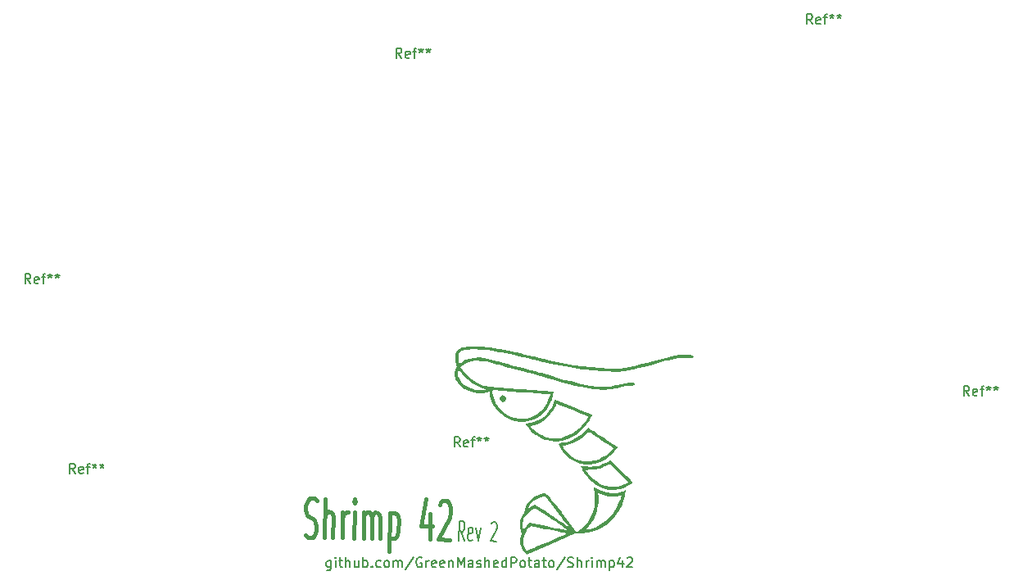
<source format=gto>
%TF.GenerationSoftware,KiCad,Pcbnew,(6.0.0)*%
%TF.CreationDate,2022-02-12T21:01:19+07:00*%
%TF.ProjectId,PCB Top,50434220-546f-4702-9e6b-696361645f70,rev?*%
%TF.SameCoordinates,Original*%
%TF.FileFunction,Legend,Top*%
%TF.FilePolarity,Positive*%
%FSLAX46Y46*%
G04 Gerber Fmt 4.6, Leading zero omitted, Abs format (unit mm)*
G04 Created by KiCad (PCBNEW (6.0.0)) date 2022-02-12 21:01:19*
%MOMM*%
%LPD*%
G01*
G04 APERTURE LIST*
%ADD10C,0.400000*%
%ADD11C,0.200000*%
%ADD12C,0.150000*%
G04 APERTURE END LIST*
D10*
X67266036Y-93931059D02*
X67548383Y-94126493D01*
X68024501Y-94134803D01*
X68218272Y-93947680D01*
X68316820Y-93758895D01*
X68418692Y-93379663D01*
X68425341Y-92998769D01*
X68336766Y-92616212D01*
X68244866Y-92424103D01*
X68057744Y-92230331D01*
X67680173Y-92033236D01*
X67493051Y-91839464D01*
X67401151Y-91647355D01*
X67312576Y-91264798D01*
X67319225Y-90883904D01*
X67421097Y-90504672D01*
X67519645Y-90315887D01*
X67713416Y-90128764D01*
X68189534Y-90137075D01*
X68471881Y-90332508D01*
X69262408Y-94156411D02*
X69332217Y-90157020D01*
X70119420Y-94171370D02*
X70155987Y-92076451D01*
X70067412Y-91693895D01*
X69880289Y-91500123D01*
X69594618Y-91495137D01*
X69400847Y-91682260D01*
X69302299Y-91871045D01*
X71071656Y-94187992D02*
X71118195Y-91521731D01*
X71104898Y-92283520D02*
X71206771Y-91904288D01*
X71305318Y-91715502D01*
X71499090Y-91528380D01*
X71689537Y-91531704D01*
X72309562Y-94209599D02*
X72356102Y-91543339D01*
X72379372Y-90210209D02*
X72280824Y-90398994D01*
X72372723Y-90591103D01*
X72471271Y-90402318D01*
X72379372Y-90210209D01*
X72372723Y-90591103D01*
X73261798Y-94226221D02*
X73308338Y-91559960D01*
X73301690Y-91940854D02*
X73400237Y-91752069D01*
X73594009Y-91564947D01*
X73879680Y-91569933D01*
X74066803Y-91763704D01*
X74155378Y-92146261D01*
X74118811Y-94241180D01*
X74155378Y-92146261D02*
X74257250Y-91767029D01*
X74451021Y-91579906D01*
X74736692Y-91584892D01*
X74923815Y-91778664D01*
X75012390Y-92161220D01*
X74975823Y-94256139D01*
X75974599Y-91606500D02*
X75904789Y-95605891D01*
X75971274Y-91796947D02*
X76165046Y-91609824D01*
X76545940Y-91616473D01*
X76733063Y-91810244D01*
X76824962Y-92002353D01*
X76913537Y-92384910D01*
X76893592Y-93527593D01*
X76791720Y-93906825D01*
X76693172Y-94095610D01*
X76499400Y-94282733D01*
X76118506Y-94276085D01*
X75931383Y-94082313D01*
X80164437Y-91679634D02*
X80117897Y-94345894D01*
X79714913Y-90147746D02*
X79188931Y-92996143D01*
X80426837Y-93017750D01*
X81133294Y-90744019D02*
X81231842Y-90555234D01*
X81425613Y-90368111D01*
X81901731Y-90376422D01*
X82088854Y-90570193D01*
X82180753Y-90762303D01*
X82269328Y-91144859D01*
X82262680Y-91525754D01*
X82157483Y-92095433D01*
X80974909Y-94360853D01*
X82212816Y-94382461D01*
D11*
X83705155Y-94488621D02*
X83388494Y-93530568D01*
X83133814Y-94478648D02*
X83168718Y-92478953D01*
X83549613Y-92485602D01*
X83643174Y-92582487D01*
X83689124Y-92678542D01*
X83733411Y-92869820D01*
X83728425Y-93155491D01*
X83677489Y-93345107D01*
X83628215Y-93439500D01*
X83531329Y-93533061D01*
X83150435Y-93526412D01*
X84516218Y-94407526D02*
X84419332Y-94501087D01*
X84228885Y-94497763D01*
X84135323Y-94400877D01*
X84091036Y-94209599D01*
X84104333Y-93447810D01*
X84155269Y-93258194D01*
X84252155Y-93164633D01*
X84442602Y-93167957D01*
X84536163Y-93264843D01*
X84580451Y-93456121D01*
X84577127Y-93646568D01*
X84097684Y-93828705D01*
X84918720Y-93176268D02*
X85133509Y-94513553D01*
X85394838Y-93184578D01*
X86498220Y-92727575D02*
X86547494Y-92633182D01*
X86644379Y-92539621D01*
X86882438Y-92543776D01*
X86976000Y-92640662D01*
X87021949Y-92736717D01*
X87066237Y-92927995D01*
X87062913Y-93118442D01*
X87010315Y-93403282D01*
X86419027Y-94535992D01*
X87037981Y-94546796D01*
D12*
X69910322Y-96558841D02*
X69910322Y-97368365D01*
X69862703Y-97463603D01*
X69815084Y-97511222D01*
X69719845Y-97558841D01*
X69576988Y-97558841D01*
X69481750Y-97511222D01*
X69910322Y-97177888D02*
X69815084Y-97225507D01*
X69624607Y-97225507D01*
X69529369Y-97177888D01*
X69481750Y-97130269D01*
X69434131Y-97035031D01*
X69434131Y-96749317D01*
X69481750Y-96654079D01*
X69529369Y-96606460D01*
X69624607Y-96558841D01*
X69815084Y-96558841D01*
X69910322Y-96606460D01*
X70386512Y-97225507D02*
X70386512Y-96558841D01*
X70386512Y-96225507D02*
X70338893Y-96273127D01*
X70386512Y-96320746D01*
X70434131Y-96273127D01*
X70386512Y-96225507D01*
X70386512Y-96320746D01*
X70719845Y-96558841D02*
X71100798Y-96558841D01*
X70862703Y-96225507D02*
X70862703Y-97082650D01*
X70910322Y-97177888D01*
X71005560Y-97225507D01*
X71100798Y-97225507D01*
X71434131Y-97225507D02*
X71434131Y-96225507D01*
X71862703Y-97225507D02*
X71862703Y-96701698D01*
X71815084Y-96606460D01*
X71719845Y-96558841D01*
X71576988Y-96558841D01*
X71481750Y-96606460D01*
X71434131Y-96654079D01*
X72767465Y-96558841D02*
X72767465Y-97225507D01*
X72338893Y-96558841D02*
X72338893Y-97082650D01*
X72386512Y-97177888D01*
X72481750Y-97225507D01*
X72624607Y-97225507D01*
X72719845Y-97177888D01*
X72767465Y-97130269D01*
X73243655Y-97225507D02*
X73243655Y-96225507D01*
X73243655Y-96606460D02*
X73338893Y-96558841D01*
X73529369Y-96558841D01*
X73624607Y-96606460D01*
X73672226Y-96654079D01*
X73719845Y-96749317D01*
X73719845Y-97035031D01*
X73672226Y-97130269D01*
X73624607Y-97177888D01*
X73529369Y-97225507D01*
X73338893Y-97225507D01*
X73243655Y-97177888D01*
X74148417Y-97130269D02*
X74196036Y-97177888D01*
X74148417Y-97225507D01*
X74100798Y-97177888D01*
X74148417Y-97130269D01*
X74148417Y-97225507D01*
X75053179Y-97177888D02*
X74957941Y-97225507D01*
X74767465Y-97225507D01*
X74672226Y-97177888D01*
X74624607Y-97130269D01*
X74576988Y-97035031D01*
X74576988Y-96749317D01*
X74624607Y-96654079D01*
X74672226Y-96606460D01*
X74767465Y-96558841D01*
X74957941Y-96558841D01*
X75053179Y-96606460D01*
X75624607Y-97225507D02*
X75529369Y-97177888D01*
X75481750Y-97130269D01*
X75434131Y-97035031D01*
X75434131Y-96749317D01*
X75481750Y-96654079D01*
X75529369Y-96606460D01*
X75624607Y-96558841D01*
X75767465Y-96558841D01*
X75862703Y-96606460D01*
X75910322Y-96654079D01*
X75957941Y-96749317D01*
X75957941Y-97035031D01*
X75910322Y-97130269D01*
X75862703Y-97177888D01*
X75767465Y-97225507D01*
X75624607Y-97225507D01*
X76386512Y-97225507D02*
X76386512Y-96558841D01*
X76386512Y-96654079D02*
X76434131Y-96606460D01*
X76529369Y-96558841D01*
X76672226Y-96558841D01*
X76767465Y-96606460D01*
X76815084Y-96701698D01*
X76815084Y-97225507D01*
X76815084Y-96701698D02*
X76862703Y-96606460D01*
X76957941Y-96558841D01*
X77100798Y-96558841D01*
X77196036Y-96606460D01*
X77243655Y-96701698D01*
X77243655Y-97225507D01*
X78434131Y-96177888D02*
X77576988Y-97463603D01*
X79291274Y-96273127D02*
X79196036Y-96225507D01*
X79053179Y-96225507D01*
X78910322Y-96273127D01*
X78815084Y-96368365D01*
X78767465Y-96463603D01*
X78719845Y-96654079D01*
X78719845Y-96796936D01*
X78767465Y-96987412D01*
X78815084Y-97082650D01*
X78910322Y-97177888D01*
X79053179Y-97225507D01*
X79148417Y-97225507D01*
X79291274Y-97177888D01*
X79338893Y-97130269D01*
X79338893Y-96796936D01*
X79148417Y-96796936D01*
X79767465Y-97225507D02*
X79767465Y-96558841D01*
X79767465Y-96749317D02*
X79815084Y-96654079D01*
X79862703Y-96606460D01*
X79957941Y-96558841D01*
X80053179Y-96558841D01*
X80767465Y-97177888D02*
X80672226Y-97225507D01*
X80481750Y-97225507D01*
X80386512Y-97177888D01*
X80338893Y-97082650D01*
X80338893Y-96701698D01*
X80386512Y-96606460D01*
X80481750Y-96558841D01*
X80672226Y-96558841D01*
X80767465Y-96606460D01*
X80815084Y-96701698D01*
X80815084Y-96796936D01*
X80338893Y-96892174D01*
X81624607Y-97177888D02*
X81529369Y-97225507D01*
X81338893Y-97225507D01*
X81243655Y-97177888D01*
X81196036Y-97082650D01*
X81196036Y-96701698D01*
X81243655Y-96606460D01*
X81338893Y-96558841D01*
X81529369Y-96558841D01*
X81624607Y-96606460D01*
X81672226Y-96701698D01*
X81672226Y-96796936D01*
X81196036Y-96892174D01*
X82100798Y-96558841D02*
X82100798Y-97225507D01*
X82100798Y-96654079D02*
X82148417Y-96606460D01*
X82243655Y-96558841D01*
X82386512Y-96558841D01*
X82481750Y-96606460D01*
X82529369Y-96701698D01*
X82529369Y-97225507D01*
X83005560Y-97225507D02*
X83005560Y-96225507D01*
X83338893Y-96939793D01*
X83672226Y-96225507D01*
X83672226Y-97225507D01*
X84576988Y-97225507D02*
X84576988Y-96701698D01*
X84529369Y-96606460D01*
X84434131Y-96558841D01*
X84243655Y-96558841D01*
X84148417Y-96606460D01*
X84576988Y-97177888D02*
X84481750Y-97225507D01*
X84243655Y-97225507D01*
X84148417Y-97177888D01*
X84100798Y-97082650D01*
X84100798Y-96987412D01*
X84148417Y-96892174D01*
X84243655Y-96844555D01*
X84481750Y-96844555D01*
X84576988Y-96796936D01*
X85005560Y-97177888D02*
X85100798Y-97225507D01*
X85291274Y-97225507D01*
X85386512Y-97177888D01*
X85434131Y-97082650D01*
X85434131Y-97035031D01*
X85386512Y-96939793D01*
X85291274Y-96892174D01*
X85148417Y-96892174D01*
X85053179Y-96844555D01*
X85005560Y-96749317D01*
X85005560Y-96701698D01*
X85053179Y-96606460D01*
X85148417Y-96558841D01*
X85291274Y-96558841D01*
X85386512Y-96606460D01*
X85862703Y-97225507D02*
X85862703Y-96225507D01*
X86291274Y-97225507D02*
X86291274Y-96701698D01*
X86243655Y-96606460D01*
X86148417Y-96558841D01*
X86005560Y-96558841D01*
X85910322Y-96606460D01*
X85862703Y-96654079D01*
X87148417Y-97177888D02*
X87053179Y-97225507D01*
X86862703Y-97225507D01*
X86767465Y-97177888D01*
X86719845Y-97082650D01*
X86719845Y-96701698D01*
X86767465Y-96606460D01*
X86862703Y-96558841D01*
X87053179Y-96558841D01*
X87148417Y-96606460D01*
X87196036Y-96701698D01*
X87196036Y-96796936D01*
X86719845Y-96892174D01*
X88053179Y-97225507D02*
X88053179Y-96225507D01*
X88053179Y-97177888D02*
X87957941Y-97225507D01*
X87767465Y-97225507D01*
X87672226Y-97177888D01*
X87624607Y-97130269D01*
X87576988Y-97035031D01*
X87576988Y-96749317D01*
X87624607Y-96654079D01*
X87672226Y-96606460D01*
X87767465Y-96558841D01*
X87957941Y-96558841D01*
X88053179Y-96606460D01*
X88529369Y-97225507D02*
X88529369Y-96225507D01*
X88910322Y-96225507D01*
X89005560Y-96273127D01*
X89053179Y-96320746D01*
X89100798Y-96415984D01*
X89100798Y-96558841D01*
X89053179Y-96654079D01*
X89005560Y-96701698D01*
X88910322Y-96749317D01*
X88529369Y-96749317D01*
X89672226Y-97225507D02*
X89576988Y-97177888D01*
X89529369Y-97130269D01*
X89481750Y-97035031D01*
X89481750Y-96749317D01*
X89529369Y-96654079D01*
X89576988Y-96606460D01*
X89672226Y-96558841D01*
X89815084Y-96558841D01*
X89910322Y-96606460D01*
X89957941Y-96654079D01*
X90005560Y-96749317D01*
X90005560Y-97035031D01*
X89957941Y-97130269D01*
X89910322Y-97177888D01*
X89815084Y-97225507D01*
X89672226Y-97225507D01*
X90291274Y-96558841D02*
X90672226Y-96558841D01*
X90434131Y-96225507D02*
X90434131Y-97082650D01*
X90481750Y-97177888D01*
X90576988Y-97225507D01*
X90672226Y-97225507D01*
X91434131Y-97225507D02*
X91434131Y-96701698D01*
X91386512Y-96606460D01*
X91291274Y-96558841D01*
X91100798Y-96558841D01*
X91005560Y-96606460D01*
X91434131Y-97177888D02*
X91338893Y-97225507D01*
X91100798Y-97225507D01*
X91005560Y-97177888D01*
X90957941Y-97082650D01*
X90957941Y-96987412D01*
X91005560Y-96892174D01*
X91100798Y-96844555D01*
X91338893Y-96844555D01*
X91434131Y-96796936D01*
X91767465Y-96558841D02*
X92148417Y-96558841D01*
X91910322Y-96225507D02*
X91910322Y-97082650D01*
X91957941Y-97177888D01*
X92053179Y-97225507D01*
X92148417Y-97225507D01*
X92624607Y-97225507D02*
X92529369Y-97177888D01*
X92481750Y-97130269D01*
X92434131Y-97035031D01*
X92434131Y-96749317D01*
X92481750Y-96654079D01*
X92529369Y-96606460D01*
X92624607Y-96558841D01*
X92767465Y-96558841D01*
X92862703Y-96606460D01*
X92910322Y-96654079D01*
X92957941Y-96749317D01*
X92957941Y-97035031D01*
X92910322Y-97130269D01*
X92862703Y-97177888D01*
X92767465Y-97225507D01*
X92624607Y-97225507D01*
X94100798Y-96177888D02*
X93243655Y-97463603D01*
X94386512Y-97177888D02*
X94529369Y-97225507D01*
X94767465Y-97225507D01*
X94862703Y-97177888D01*
X94910322Y-97130269D01*
X94957941Y-97035031D01*
X94957941Y-96939793D01*
X94910322Y-96844555D01*
X94862703Y-96796936D01*
X94767465Y-96749317D01*
X94576988Y-96701698D01*
X94481750Y-96654079D01*
X94434131Y-96606460D01*
X94386512Y-96511222D01*
X94386512Y-96415984D01*
X94434131Y-96320746D01*
X94481750Y-96273127D01*
X94576988Y-96225507D01*
X94815084Y-96225507D01*
X94957941Y-96273127D01*
X95386512Y-97225507D02*
X95386512Y-96225507D01*
X95815084Y-97225507D02*
X95815084Y-96701698D01*
X95767465Y-96606460D01*
X95672226Y-96558841D01*
X95529369Y-96558841D01*
X95434131Y-96606460D01*
X95386512Y-96654079D01*
X96291274Y-97225507D02*
X96291274Y-96558841D01*
X96291274Y-96749317D02*
X96338893Y-96654079D01*
X96386512Y-96606460D01*
X96481750Y-96558841D01*
X96576988Y-96558841D01*
X96910322Y-97225507D02*
X96910322Y-96558841D01*
X96910322Y-96225507D02*
X96862703Y-96273127D01*
X96910322Y-96320746D01*
X96957941Y-96273127D01*
X96910322Y-96225507D01*
X96910322Y-96320746D01*
X97386512Y-97225507D02*
X97386512Y-96558841D01*
X97386512Y-96654079D02*
X97434131Y-96606460D01*
X97529369Y-96558841D01*
X97672226Y-96558841D01*
X97767465Y-96606460D01*
X97815084Y-96701698D01*
X97815084Y-97225507D01*
X97815084Y-96701698D02*
X97862703Y-96606460D01*
X97957941Y-96558841D01*
X98100798Y-96558841D01*
X98196036Y-96606460D01*
X98243655Y-96701698D01*
X98243655Y-97225507D01*
X98719845Y-96558841D02*
X98719845Y-97558841D01*
X98719845Y-96606460D02*
X98815084Y-96558841D01*
X99005560Y-96558841D01*
X99100798Y-96606460D01*
X99148417Y-96654079D01*
X99196036Y-96749317D01*
X99196036Y-97035031D01*
X99148417Y-97130269D01*
X99100798Y-97177888D01*
X99005560Y-97225507D01*
X98815084Y-97225507D01*
X98719845Y-97177888D01*
X100053179Y-96558841D02*
X100053179Y-97225507D01*
X99815084Y-96177888D02*
X99576988Y-96892174D01*
X100196036Y-96892174D01*
X100529369Y-96320746D02*
X100576988Y-96273127D01*
X100672226Y-96225507D01*
X100910322Y-96225507D01*
X101005560Y-96273127D01*
X101053179Y-96320746D01*
X101100798Y-96415984D01*
X101100798Y-96511222D01*
X101053179Y-96654079D01*
X100481750Y-97225507D01*
X101100798Y-97225507D01*
%TO.C,Ref\u002A\u002A*%
X135893673Y-79499128D02*
X135560340Y-79022938D01*
X135322244Y-79499128D02*
X135322244Y-78499128D01*
X135703197Y-78499128D01*
X135798435Y-78546748D01*
X135846054Y-78594367D01*
X135893673Y-78689605D01*
X135893673Y-78832462D01*
X135846054Y-78927700D01*
X135798435Y-78975319D01*
X135703197Y-79022938D01*
X135322244Y-79022938D01*
X136703197Y-79451509D02*
X136607959Y-79499128D01*
X136417482Y-79499128D01*
X136322244Y-79451509D01*
X136274625Y-79356271D01*
X136274625Y-78975319D01*
X136322244Y-78880081D01*
X136417482Y-78832462D01*
X136607959Y-78832462D01*
X136703197Y-78880081D01*
X136750816Y-78975319D01*
X136750816Y-79070557D01*
X136274625Y-79165795D01*
X137036530Y-78832462D02*
X137417482Y-78832462D01*
X137179387Y-79499128D02*
X137179387Y-78641986D01*
X137227006Y-78546748D01*
X137322244Y-78499128D01*
X137417482Y-78499128D01*
X137893673Y-78499128D02*
X137893673Y-78737224D01*
X137655578Y-78641986D02*
X137893673Y-78737224D01*
X138131768Y-78641986D01*
X137750816Y-78927700D02*
X137893673Y-78737224D01*
X138036530Y-78927700D01*
X138655578Y-78499128D02*
X138655578Y-78737224D01*
X138417482Y-78641986D02*
X138655578Y-78737224D01*
X138893673Y-78641986D01*
X138512720Y-78927700D02*
X138655578Y-78737224D01*
X138798435Y-78927700D01*
X38870526Y-67916275D02*
X38537193Y-67440085D01*
X38299097Y-67916275D02*
X38299097Y-66916275D01*
X38680050Y-66916275D01*
X38775288Y-66963895D01*
X38822907Y-67011514D01*
X38870526Y-67106752D01*
X38870526Y-67249609D01*
X38822907Y-67344847D01*
X38775288Y-67392466D01*
X38680050Y-67440085D01*
X38299097Y-67440085D01*
X39680050Y-67868656D02*
X39584812Y-67916275D01*
X39394335Y-67916275D01*
X39299097Y-67868656D01*
X39251478Y-67773418D01*
X39251478Y-67392466D01*
X39299097Y-67297228D01*
X39394335Y-67249609D01*
X39584812Y-67249609D01*
X39680050Y-67297228D01*
X39727669Y-67392466D01*
X39727669Y-67487704D01*
X39251478Y-67582942D01*
X40013383Y-67249609D02*
X40394335Y-67249609D01*
X40156240Y-67916275D02*
X40156240Y-67059133D01*
X40203859Y-66963895D01*
X40299097Y-66916275D01*
X40394335Y-66916275D01*
X40870526Y-66916275D02*
X40870526Y-67154371D01*
X40632431Y-67059133D02*
X40870526Y-67154371D01*
X41108621Y-67059133D01*
X40727669Y-67344847D02*
X40870526Y-67154371D01*
X41013383Y-67344847D01*
X41632431Y-66916275D02*
X41632431Y-67154371D01*
X41394335Y-67059133D02*
X41632431Y-67154371D01*
X41870526Y-67059133D01*
X41489573Y-67344847D02*
X41632431Y-67154371D01*
X41775288Y-67344847D01*
X43493326Y-87525075D02*
X43159993Y-87048885D01*
X42921897Y-87525075D02*
X42921897Y-86525075D01*
X43302850Y-86525075D01*
X43398088Y-86572695D01*
X43445707Y-86620314D01*
X43493326Y-86715552D01*
X43493326Y-86858409D01*
X43445707Y-86953647D01*
X43398088Y-87001266D01*
X43302850Y-87048885D01*
X42921897Y-87048885D01*
X44302850Y-87477456D02*
X44207612Y-87525075D01*
X44017135Y-87525075D01*
X43921897Y-87477456D01*
X43874278Y-87382218D01*
X43874278Y-87001266D01*
X43921897Y-86906028D01*
X44017135Y-86858409D01*
X44207612Y-86858409D01*
X44302850Y-86906028D01*
X44350469Y-87001266D01*
X44350469Y-87096504D01*
X43874278Y-87191742D01*
X44636183Y-86858409D02*
X45017135Y-86858409D01*
X44779040Y-87525075D02*
X44779040Y-86667933D01*
X44826659Y-86572695D01*
X44921897Y-86525075D01*
X45017135Y-86525075D01*
X45493326Y-86525075D02*
X45493326Y-86763171D01*
X45255231Y-86667933D02*
X45493326Y-86763171D01*
X45731421Y-86667933D01*
X45350469Y-86953647D02*
X45493326Y-86763171D01*
X45636183Y-86953647D01*
X46255231Y-86525075D02*
X46255231Y-86763171D01*
X46017135Y-86667933D02*
X46255231Y-86763171D01*
X46493326Y-86667933D01*
X46112373Y-86953647D02*
X46255231Y-86763171D01*
X46398088Y-86953647D01*
X77224526Y-44599075D02*
X76891193Y-44122885D01*
X76653097Y-44599075D02*
X76653097Y-43599075D01*
X77034050Y-43599075D01*
X77129288Y-43646695D01*
X77176907Y-43694314D01*
X77224526Y-43789552D01*
X77224526Y-43932409D01*
X77176907Y-44027647D01*
X77129288Y-44075266D01*
X77034050Y-44122885D01*
X76653097Y-44122885D01*
X78034050Y-44551456D02*
X77938812Y-44599075D01*
X77748335Y-44599075D01*
X77653097Y-44551456D01*
X77605478Y-44456218D01*
X77605478Y-44075266D01*
X77653097Y-43980028D01*
X77748335Y-43932409D01*
X77938812Y-43932409D01*
X78034050Y-43980028D01*
X78081669Y-44075266D01*
X78081669Y-44170504D01*
X77605478Y-44265742D01*
X78367383Y-43932409D02*
X78748335Y-43932409D01*
X78510240Y-44599075D02*
X78510240Y-43741933D01*
X78557859Y-43646695D01*
X78653097Y-43599075D01*
X78748335Y-43599075D01*
X79224526Y-43599075D02*
X79224526Y-43837171D01*
X78986431Y-43741933D02*
X79224526Y-43837171D01*
X79462621Y-43741933D01*
X79081669Y-44027647D02*
X79224526Y-43837171D01*
X79367383Y-44027647D01*
X79986431Y-43599075D02*
X79986431Y-43837171D01*
X79748335Y-43741933D02*
X79986431Y-43837171D01*
X80224526Y-43741933D01*
X79843573Y-44027647D02*
X79986431Y-43837171D01*
X80129288Y-44027647D01*
X83258932Y-84783672D02*
X82925599Y-84307482D01*
X82687503Y-84783672D02*
X82687503Y-83783672D01*
X83068456Y-83783672D01*
X83163694Y-83831292D01*
X83211313Y-83878911D01*
X83258932Y-83974149D01*
X83258932Y-84117006D01*
X83211313Y-84212244D01*
X83163694Y-84259863D01*
X83068456Y-84307482D01*
X82687503Y-84307482D01*
X84068456Y-84736053D02*
X83973218Y-84783672D01*
X83782741Y-84783672D01*
X83687503Y-84736053D01*
X83639884Y-84640815D01*
X83639884Y-84259863D01*
X83687503Y-84164625D01*
X83782741Y-84117006D01*
X83973218Y-84117006D01*
X84068456Y-84164625D01*
X84116075Y-84259863D01*
X84116075Y-84355101D01*
X83639884Y-84450339D01*
X84401789Y-84117006D02*
X84782741Y-84117006D01*
X84544646Y-84783672D02*
X84544646Y-83926530D01*
X84592265Y-83831292D01*
X84687503Y-83783672D01*
X84782741Y-83783672D01*
X85258932Y-83783672D02*
X85258932Y-84021768D01*
X85020837Y-83926530D02*
X85258932Y-84021768D01*
X85497027Y-83926530D01*
X85116075Y-84212244D02*
X85258932Y-84021768D01*
X85401789Y-84212244D01*
X86020837Y-83783672D02*
X86020837Y-84021768D01*
X85782741Y-83926530D02*
X86020837Y-84021768D01*
X86258932Y-83926530D01*
X85877979Y-84212244D02*
X86020837Y-84021768D01*
X86163694Y-84212244D01*
X119693673Y-41099128D02*
X119360340Y-40622938D01*
X119122244Y-41099128D02*
X119122244Y-40099128D01*
X119503197Y-40099128D01*
X119598435Y-40146748D01*
X119646054Y-40194367D01*
X119693673Y-40289605D01*
X119693673Y-40432462D01*
X119646054Y-40527700D01*
X119598435Y-40575319D01*
X119503197Y-40622938D01*
X119122244Y-40622938D01*
X120503197Y-41051509D02*
X120407959Y-41099128D01*
X120217482Y-41099128D01*
X120122244Y-41051509D01*
X120074625Y-40956271D01*
X120074625Y-40575319D01*
X120122244Y-40480081D01*
X120217482Y-40432462D01*
X120407959Y-40432462D01*
X120503197Y-40480081D01*
X120550816Y-40575319D01*
X120550816Y-40670557D01*
X120074625Y-40765795D01*
X120836530Y-40432462D02*
X121217482Y-40432462D01*
X120979387Y-41099128D02*
X120979387Y-40241986D01*
X121027006Y-40146748D01*
X121122244Y-40099128D01*
X121217482Y-40099128D01*
X121693673Y-40099128D02*
X121693673Y-40337224D01*
X121455578Y-40241986D02*
X121693673Y-40337224D01*
X121931768Y-40241986D01*
X121550816Y-40527700D02*
X121693673Y-40337224D01*
X121836530Y-40527700D01*
X122455578Y-40099128D02*
X122455578Y-40337224D01*
X122217482Y-40241986D02*
X122455578Y-40337224D01*
X122693673Y-40241986D01*
X122312720Y-40527700D02*
X122455578Y-40337224D01*
X122598435Y-40527700D01*
%TO.C,G\u002A\u002A\u002A*%
G36*
X96454168Y-92575809D02*
G01*
X96771197Y-92062498D01*
X97004615Y-91506745D01*
X97151159Y-90916889D01*
X97207568Y-90301263D01*
X97170583Y-89668203D01*
X97138554Y-89463656D01*
X97102586Y-89253839D01*
X97077164Y-89084442D01*
X97065305Y-88976993D01*
X97066578Y-88950254D01*
X97116250Y-88963763D01*
X97226969Y-89014648D01*
X97345361Y-89076185D01*
X97888240Y-89326568D01*
X98429097Y-89490304D01*
X98958980Y-89566403D01*
X99468937Y-89553874D01*
X99950017Y-89451723D01*
X100133703Y-89384995D01*
X100383492Y-89282394D01*
X100372274Y-89442807D01*
X100344499Y-89637540D01*
X100288354Y-89893621D01*
X100212399Y-90179467D01*
X100125195Y-90463496D01*
X100035303Y-90714125D01*
X100012575Y-90769853D01*
X99693790Y-91406185D01*
X99304797Y-91974817D01*
X98851131Y-92471890D01*
X98338331Y-92893543D01*
X97771934Y-93235915D01*
X97157476Y-93495145D01*
X96500497Y-93667374D01*
X95806532Y-93748742D01*
X95735404Y-93751729D01*
X95182698Y-93771221D01*
X92644114Y-94843217D01*
X90105531Y-95915211D01*
X89855081Y-95603651D01*
X89702191Y-95394983D01*
X89606060Y-95210276D01*
X89546402Y-95009748D01*
X89542239Y-94990101D01*
X89510008Y-94732492D01*
X89799962Y-94732492D01*
X89838564Y-94948108D01*
X89902052Y-95124778D01*
X89987287Y-95294412D01*
X90078607Y-95431428D01*
X90160353Y-95510243D01*
X90188597Y-95519866D01*
X90245701Y-95501457D01*
X90385192Y-95447608D01*
X90597530Y-95362251D01*
X90873178Y-95249310D01*
X91202597Y-95112715D01*
X91576247Y-94956394D01*
X91984590Y-94784275D01*
X92313582Y-94644757D01*
X92817032Y-94429983D01*
X93234155Y-94250290D01*
X93571131Y-94102771D01*
X93834137Y-93984524D01*
X94029351Y-93892642D01*
X94162954Y-93824220D01*
X94241122Y-93776355D01*
X94270033Y-93746141D01*
X94257056Y-93731006D01*
X94180128Y-93712969D01*
X94019947Y-93678745D01*
X93790097Y-93631041D01*
X93504159Y-93572563D01*
X93175715Y-93506020D01*
X92818348Y-93434117D01*
X92445641Y-93359562D01*
X92071176Y-93285063D01*
X91708536Y-93213325D01*
X91371303Y-93147056D01*
X91073059Y-93088964D01*
X90827387Y-93041755D01*
X90647869Y-93008136D01*
X90548089Y-92990814D01*
X90534648Y-92989112D01*
X90468716Y-93024295D01*
X90369125Y-93121589D01*
X90258888Y-93258031D01*
X90042077Y-93615097D01*
X89889853Y-93993799D01*
X89807415Y-94373233D01*
X89799962Y-94732492D01*
X89510008Y-94732492D01*
X89503976Y-94684279D01*
X89505177Y-94361945D01*
X89506461Y-94352188D01*
X89544168Y-94065584D01*
X89584417Y-93919565D01*
X89614439Y-93806358D01*
X89611793Y-93696480D01*
X89572404Y-93553836D01*
X89530252Y-93439618D01*
X89470381Y-93264348D01*
X89439362Y-93106187D01*
X89433356Y-92948521D01*
X89737802Y-92948521D01*
X89750540Y-93127153D01*
X89775811Y-93230115D01*
X89810953Y-93296085D01*
X89844480Y-93308725D01*
X89895048Y-93258542D01*
X89981316Y-93136040D01*
X89992283Y-93119947D01*
X90106857Y-92962554D01*
X90222827Y-92819808D01*
X90275513Y-92762579D01*
X90400093Y-92638062D01*
X92253483Y-93012575D01*
X92766298Y-93116005D01*
X93189288Y-93200708D01*
X93530588Y-93268043D01*
X93798333Y-93319372D01*
X94000659Y-93356058D01*
X94145701Y-93379459D01*
X94241596Y-93390940D01*
X94296476Y-93391859D01*
X94318480Y-93383579D01*
X94315743Y-93367461D01*
X94307017Y-93356177D01*
X94257049Y-93317807D01*
X94133418Y-93229840D01*
X93945337Y-93098635D01*
X93702020Y-92930549D01*
X93412684Y-92731944D01*
X93086538Y-92509179D01*
X92732801Y-92268615D01*
X92648181Y-92211215D01*
X91033454Y-91116428D01*
X90866749Y-91188376D01*
X90676900Y-91298956D01*
X90460702Y-91469055D01*
X90244871Y-91673430D01*
X90056121Y-91886838D01*
X89923671Y-92079501D01*
X89832205Y-92264585D01*
X89778416Y-92439531D01*
X89749173Y-92651860D01*
X89742999Y-92733266D01*
X89737802Y-92948521D01*
X89433356Y-92948521D01*
X89432472Y-92925325D01*
X89442967Y-92712286D01*
X89443247Y-92706606D01*
X89460727Y-92496826D01*
X89486384Y-92341953D01*
X89531847Y-92206235D01*
X89608745Y-92053922D01*
X89714262Y-91873402D01*
X89858212Y-91609508D01*
X89944764Y-91397822D01*
X89968443Y-91284761D01*
X90016104Y-91075847D01*
X90338064Y-91075847D01*
X90376813Y-91101683D01*
X90487390Y-91062896D01*
X90674434Y-90962554D01*
X90675235Y-90962093D01*
X90844478Y-90871843D01*
X90983831Y-90810076D01*
X91068745Y-90787317D01*
X91078761Y-90789034D01*
X91131099Y-90821996D01*
X91257070Y-90905167D01*
X91447647Y-91032478D01*
X91693801Y-91197857D01*
X91986507Y-91395236D01*
X92316739Y-91618545D01*
X92675468Y-91861713D01*
X92829799Y-91966497D01*
X93195880Y-92214907D01*
X93535671Y-92444975D01*
X93840406Y-92650800D01*
X94101318Y-92826487D01*
X94309643Y-92966140D01*
X94456614Y-93063857D01*
X94533468Y-93113744D01*
X94542780Y-93119022D01*
X94521263Y-93082787D01*
X94449242Y-92983207D01*
X94338025Y-92835544D01*
X94200032Y-92656486D01*
X94071744Y-92491317D01*
X93894676Y-92262907D01*
X93681151Y-91987175D01*
X93443492Y-91680039D01*
X93194022Y-91357420D01*
X92953022Y-91045541D01*
X92066921Y-89898401D01*
X91819017Y-89945591D01*
X91429630Y-90058494D01*
X91067327Y-90237321D01*
X90753683Y-90468251D01*
X90510268Y-90737457D01*
X90457503Y-90818030D01*
X90366507Y-90982319D01*
X90338064Y-91075847D01*
X90016104Y-91075847D01*
X90021160Y-91053687D01*
X90032461Y-91004154D01*
X90176833Y-90712234D01*
X90386429Y-90427395D01*
X90646118Y-90168032D01*
X90940768Y-89952541D01*
X91158175Y-89838332D01*
X91380580Y-89752708D01*
X91625283Y-89677899D01*
X91860124Y-89622062D01*
X92052946Y-89593355D01*
X92129075Y-89592059D01*
X92185827Y-89634393D01*
X92301294Y-89757492D01*
X92475378Y-89961241D01*
X92707987Y-90245524D01*
X92999025Y-90610226D01*
X93348400Y-91055230D01*
X93756015Y-91580421D01*
X93779369Y-91610656D01*
X95332996Y-93622494D01*
X95582315Y-93441767D01*
X95720491Y-93324282D01*
X96304282Y-93324282D01*
X96332018Y-93340631D01*
X96427925Y-93330915D01*
X96605012Y-93295301D01*
X96648561Y-93285698D01*
X97215908Y-93109514D01*
X97756880Y-92843577D01*
X98262395Y-92496630D01*
X98723370Y-92077413D01*
X99130721Y-91594668D01*
X99475367Y-91057137D01*
X99748223Y-90473561D01*
X99840086Y-90214170D01*
X99890810Y-90045715D01*
X99922797Y-89918296D01*
X99929601Y-89857835D01*
X99928962Y-89856773D01*
X99872880Y-89853138D01*
X99763946Y-89874657D01*
X99761217Y-89875394D01*
X99441327Y-89927640D01*
X99063148Y-89933420D01*
X98655460Y-89895447D01*
X98247041Y-89816439D01*
X97866673Y-89699113D01*
X97857860Y-89695747D01*
X97549720Y-89577411D01*
X97568930Y-89863316D01*
X97573957Y-90178115D01*
X97554084Y-90536953D01*
X97513324Y-90901586D01*
X97455688Y-91233771D01*
X97403534Y-91439487D01*
X97248378Y-91886182D01*
X97068332Y-92278066D01*
X96846773Y-92643721D01*
X96567068Y-93011726D01*
X96331709Y-93281708D01*
X96304282Y-93324282D01*
X95720491Y-93324282D01*
X95764854Y-93286562D01*
X96056786Y-93038344D01*
X96454168Y-92575809D01*
G37*
G36*
X83727921Y-78803184D02*
G01*
X83596066Y-78730623D01*
X83487351Y-78648423D01*
X83378444Y-78541235D01*
X83246016Y-78393709D01*
X83224131Y-78368805D01*
X83060163Y-78166578D01*
X82916295Y-77960921D01*
X82814237Y-77783686D01*
X82793472Y-77736962D01*
X82718130Y-77431997D01*
X82715802Y-77160448D01*
X83021698Y-77160448D01*
X83044548Y-77460297D01*
X83164323Y-77767287D01*
X83382023Y-78083711D01*
X83466723Y-78180979D01*
X83594464Y-78313996D01*
X83713530Y-78415298D01*
X83850033Y-78501546D01*
X84030086Y-78589398D01*
X84261137Y-78687816D01*
X84500656Y-78784557D01*
X84680667Y-78848389D01*
X84833224Y-78886603D01*
X84990385Y-78906484D01*
X85184206Y-78915322D01*
X85270230Y-78917225D01*
X85492048Y-78917739D01*
X85687198Y-78911361D01*
X85826211Y-78899346D01*
X85864670Y-78891852D01*
X85909146Y-78870444D01*
X85891897Y-78843846D01*
X85801703Y-78805683D01*
X85627340Y-78749581D01*
X85599030Y-78740978D01*
X85057726Y-78528055D01*
X84533723Y-78225941D01*
X84044262Y-77845443D01*
X83805917Y-77616898D01*
X83625565Y-77426403D01*
X83461905Y-77245230D01*
X83332924Y-77093821D01*
X83256606Y-76992620D01*
X83256466Y-76992400D01*
X83168887Y-76884921D01*
X83101749Y-76873160D01*
X83053721Y-76958071D01*
X83023475Y-77140606D01*
X83021698Y-77160448D01*
X82715802Y-77160448D01*
X82715619Y-77139044D01*
X82715354Y-77108141D01*
X82783491Y-76802381D01*
X82841070Y-76672585D01*
X82905951Y-76544018D01*
X82925990Y-76454298D01*
X82903418Y-76355548D01*
X82860821Y-76249043D01*
X82801380Y-76036703D01*
X82766581Y-75770137D01*
X82759072Y-75492673D01*
X82781502Y-75247638D01*
X82795598Y-75182525D01*
X82883313Y-75001474D01*
X83039317Y-74817088D01*
X83236437Y-74655808D01*
X83447501Y-74544075D01*
X83454342Y-74541555D01*
X83672045Y-74487437D01*
X83971201Y-74449178D01*
X84334558Y-74426579D01*
X84744870Y-74419445D01*
X85184881Y-74427577D01*
X85637346Y-74450782D01*
X86085011Y-74488862D01*
X86510627Y-74541619D01*
X86741338Y-74579000D01*
X87338439Y-74686256D01*
X87847690Y-74779140D01*
X88279868Y-74859782D01*
X88645753Y-74930307D01*
X88956122Y-74992847D01*
X89221757Y-75049528D01*
X89453432Y-75102478D01*
X89661928Y-75153826D01*
X89692460Y-75161673D01*
X90009902Y-75242942D01*
X90371240Y-75334245D01*
X90723503Y-75422245D01*
X90923835Y-75471681D01*
X91213876Y-75544291D01*
X91520506Y-75623574D01*
X91802909Y-75698855D01*
X91982103Y-75748494D01*
X92214651Y-75808417D01*
X92527355Y-75879799D01*
X92901514Y-75959041D01*
X93318423Y-76042542D01*
X93759379Y-76126703D01*
X94205680Y-76207923D01*
X94638623Y-76282604D01*
X95039503Y-76347144D01*
X95270957Y-76381516D01*
X95647854Y-76431306D01*
X96076181Y-76481328D01*
X96539426Y-76530212D01*
X97021077Y-76576584D01*
X97504623Y-76619071D01*
X97973551Y-76656298D01*
X98411350Y-76686894D01*
X98801509Y-76709486D01*
X99127513Y-76722699D01*
X99372854Y-76725162D01*
X99397035Y-76724646D01*
X99623550Y-76714181D01*
X99863707Y-76693286D01*
X100125099Y-76660267D01*
X100415322Y-76613436D01*
X100741968Y-76551099D01*
X101112632Y-76471566D01*
X101534907Y-76373146D01*
X102016388Y-76254147D01*
X102564668Y-76112878D01*
X103187340Y-75947647D01*
X103892001Y-75756765D01*
X104533841Y-75580598D01*
X105044747Y-75448311D01*
X105487129Y-75354255D01*
X105883574Y-75295450D01*
X106256674Y-75268918D01*
X106629015Y-75271677D01*
X106800772Y-75281570D01*
X107069418Y-75305036D01*
X107251119Y-75333616D01*
X107358927Y-75372135D01*
X107405894Y-75425412D01*
X107405073Y-75498268D01*
X107403563Y-75504227D01*
X107383893Y-75542550D01*
X107337927Y-75568014D01*
X107249142Y-75582659D01*
X107101017Y-75588527D01*
X106877028Y-75587659D01*
X106745048Y-75585578D01*
X106382185Y-75584527D01*
X106061192Y-75597680D01*
X105756305Y-75628758D01*
X105441766Y-75681481D01*
X105091810Y-75759567D01*
X104680680Y-75866736D01*
X104552000Y-75902210D01*
X103698733Y-76137065D01*
X102935474Y-76341906D01*
X102257211Y-76517886D01*
X101658934Y-76666156D01*
X101135629Y-76787871D01*
X100682287Y-76884182D01*
X100293896Y-76956243D01*
X99965444Y-77005204D01*
X99691921Y-77032220D01*
X99622033Y-77036120D01*
X99387646Y-77038651D01*
X99070043Y-77030303D01*
X98685273Y-77012302D01*
X98249385Y-76985875D01*
X97778427Y-76952245D01*
X97288450Y-76912638D01*
X96795501Y-76868281D01*
X96315629Y-76820397D01*
X95864883Y-76770214D01*
X95459313Y-76718955D01*
X95447922Y-76717402D01*
X95044597Y-76658411D01*
X94594545Y-76586009D01*
X94116246Y-76503715D01*
X93628183Y-76415047D01*
X93148830Y-76323523D01*
X92696673Y-76232662D01*
X92290187Y-76145981D01*
X91947855Y-76067000D01*
X91713458Y-76006410D01*
X91310621Y-75897093D01*
X90851643Y-75778391D01*
X90357078Y-75655153D01*
X89847477Y-75532225D01*
X89343395Y-75414454D01*
X88865386Y-75306688D01*
X88434002Y-75213776D01*
X88069797Y-75140563D01*
X87941327Y-75116768D01*
X87602196Y-75056101D01*
X87251535Y-74993351D01*
X86919284Y-74933879D01*
X86635387Y-74883044D01*
X86486621Y-74856392D01*
X86151290Y-74808519D01*
X85752910Y-74771010D01*
X85321170Y-74745017D01*
X84885755Y-74731690D01*
X84476351Y-74732181D01*
X84122645Y-74747638D01*
X83990829Y-74759643D01*
X83692905Y-74806676D01*
X83471011Y-74877117D01*
X83302250Y-74979746D01*
X83222814Y-75054126D01*
X83157017Y-75179426D01*
X83113230Y-75371040D01*
X83092522Y-75597494D01*
X83095957Y-75827319D01*
X83124603Y-76029046D01*
X83179526Y-76171204D01*
X83184706Y-76178549D01*
X83229512Y-76162985D01*
X83330321Y-76102799D01*
X83425794Y-76038433D01*
X83806111Y-75818965D01*
X84226597Y-75668618D01*
X84692495Y-75587332D01*
X85209052Y-75575050D01*
X85781511Y-75631710D01*
X86415116Y-75757256D01*
X87115112Y-75951628D01*
X87253357Y-75995464D01*
X87487581Y-76066912D01*
X87798352Y-76155499D01*
X88164831Y-76255629D01*
X88566183Y-76361706D01*
X88981572Y-76468131D01*
X89386410Y-76568399D01*
X89805952Y-76672452D01*
X90241833Y-76784381D01*
X90670905Y-76897971D01*
X91070024Y-77007011D01*
X91416044Y-77105286D01*
X91666215Y-77180419D01*
X92227553Y-77351333D01*
X92827006Y-77525378D01*
X93448341Y-77698396D01*
X94075320Y-77866231D01*
X94691711Y-78024726D01*
X95281278Y-78169724D01*
X95827788Y-78297070D01*
X96315005Y-78402606D01*
X96726694Y-78482175D01*
X96800121Y-78494874D01*
X97439309Y-78569953D01*
X98102385Y-78587674D01*
X98761904Y-78549625D01*
X99390417Y-78457396D01*
X99960478Y-78312574D01*
X99962804Y-78311827D01*
X100178920Y-78254630D01*
X100427283Y-78207903D01*
X100682213Y-78174308D01*
X100918030Y-78156506D01*
X101109055Y-78157162D01*
X101229606Y-78178938D01*
X101232390Y-78180188D01*
X101308604Y-78253618D01*
X101322052Y-78283199D01*
X101310361Y-78377338D01*
X101207328Y-78441672D01*
X101011208Y-78476908D01*
X100823452Y-78484611D01*
X100351014Y-78535867D01*
X100046675Y-78616452D01*
X99438906Y-78770758D01*
X98770213Y-78865883D01*
X98061420Y-78900233D01*
X97333358Y-78872214D01*
X97057826Y-78845097D01*
X96698340Y-78793065D01*
X96254822Y-78711082D01*
X95737793Y-78601750D01*
X95157774Y-78467674D01*
X94525287Y-78311456D01*
X93850851Y-78135701D01*
X93144990Y-77943011D01*
X92418222Y-77735990D01*
X91681069Y-77517242D01*
X91633872Y-77502930D01*
X91245052Y-77388391D01*
X90790178Y-77260137D01*
X90300692Y-77126674D01*
X89808040Y-76996507D01*
X89343668Y-76878140D01*
X89127362Y-76824938D01*
X88730113Y-76726497D01*
X88325458Y-76622263D01*
X87935324Y-76518169D01*
X87581640Y-76420150D01*
X87286331Y-76334136D01*
X87110521Y-76279167D01*
X86564543Y-76119408D01*
X86025479Y-75998692D01*
X85515089Y-75920666D01*
X85055128Y-75888975D01*
X84811284Y-75893789D01*
X84451001Y-75944662D01*
X84095580Y-76046271D01*
X83775274Y-76187506D01*
X83520333Y-76357260D01*
X83499468Y-76375494D01*
X83319506Y-76537327D01*
X83471126Y-76755590D01*
X83568016Y-76880603D01*
X83714444Y-77052182D01*
X83889262Y-77246159D01*
X84043397Y-77409576D01*
X84490719Y-77812872D01*
X84978094Y-78132746D01*
X85522370Y-78379441D01*
X85783543Y-78467234D01*
X85875057Y-78494418D01*
X85965178Y-78518577D01*
X86061911Y-78540493D01*
X86173262Y-78560948D01*
X86307236Y-78580723D01*
X86471838Y-78600599D01*
X86675075Y-78621360D01*
X86924949Y-78643784D01*
X87229469Y-78668655D01*
X87596638Y-78696754D01*
X88034463Y-78728861D01*
X88550948Y-78765760D01*
X89154099Y-78808231D01*
X89586660Y-78838514D01*
X92942029Y-79073144D01*
X92888990Y-79407759D01*
X92760529Y-79913776D01*
X92545323Y-80397464D01*
X92254533Y-80847287D01*
X91899324Y-81251706D01*
X91490857Y-81599182D01*
X91040297Y-81878179D01*
X90558805Y-82077159D01*
X90226614Y-82159575D01*
X89839402Y-82204342D01*
X89428335Y-82208402D01*
X89042890Y-82172081D01*
X88928052Y-82150930D01*
X88422200Y-81993671D01*
X87940907Y-81747175D01*
X87497449Y-81421563D01*
X87105096Y-81026958D01*
X86777124Y-80573481D01*
X86711393Y-80460482D01*
X86621728Y-80275696D01*
X86529267Y-80046107D01*
X86442584Y-79798240D01*
X86370250Y-79558619D01*
X86320838Y-79353768D01*
X86302919Y-79210210D01*
X86303323Y-79197855D01*
X86302007Y-79123547D01*
X86296246Y-79110293D01*
X86245150Y-79120853D01*
X86123199Y-79148759D01*
X85956767Y-79187976D01*
X85956325Y-79188081D01*
X85607703Y-79239266D01*
X85207666Y-79243173D01*
X85192498Y-79242382D01*
X84991084Y-79227363D01*
X84817870Y-79201846D01*
X84643403Y-79158411D01*
X84442682Y-79091127D01*
X86620396Y-79091127D01*
X86621838Y-79230174D01*
X86657937Y-79433320D01*
X86721307Y-79673933D01*
X86804562Y-79925379D01*
X86900319Y-80161025D01*
X86940170Y-80244304D01*
X87199070Y-80657126D01*
X87535583Y-81039722D01*
X87927842Y-81372048D01*
X88353980Y-81634063D01*
X88556787Y-81726034D01*
X88931133Y-81836491D01*
X89355454Y-81895533D01*
X89792259Y-81900222D01*
X90176862Y-81853213D01*
X90677558Y-81703531D01*
X91143755Y-81465791D01*
X91565571Y-81148860D01*
X91933127Y-80761600D01*
X92236546Y-80312875D01*
X92465946Y-79811552D01*
X92472395Y-79793497D01*
X92529103Y-79615378D01*
X92562639Y-79473273D01*
X92567151Y-79393170D01*
X92563996Y-79386809D01*
X92508680Y-79375884D01*
X92362409Y-79359423D01*
X92134032Y-79338128D01*
X91832402Y-79312697D01*
X91466367Y-79283829D01*
X91044780Y-79252227D01*
X90576489Y-79218589D01*
X90070345Y-79183614D01*
X89585993Y-79151325D01*
X86645176Y-78958619D01*
X86620396Y-79091127D01*
X84442682Y-79091127D01*
X84438234Y-79089636D01*
X84172913Y-78988100D01*
X84154382Y-78980783D01*
X83966430Y-78905544D01*
X83906250Y-78881453D01*
X83727921Y-78803184D01*
G37*
G36*
X90593642Y-82293350D02*
G01*
X91099072Y-82135736D01*
X91528396Y-81937628D01*
X91901518Y-81686501D01*
X92238340Y-81369833D01*
X92440859Y-81131041D01*
X92731546Y-80700427D01*
X92926410Y-80267537D01*
X92958843Y-80164291D01*
X93008191Y-80020773D01*
X93054960Y-79958658D01*
X93108189Y-79959036D01*
X93509151Y-80116527D01*
X93928771Y-80282017D01*
X94356864Y-80451429D01*
X94783246Y-80620691D01*
X95197728Y-80785723D01*
X95590128Y-80942456D01*
X95950258Y-81086810D01*
X96267934Y-81214712D01*
X96532971Y-81322089D01*
X96735181Y-81404862D01*
X96864380Y-81458959D01*
X96910292Y-81480157D01*
X96904522Y-81542679D01*
X96851098Y-81669127D01*
X96760191Y-81841839D01*
X96641967Y-82043153D01*
X96506597Y-82255407D01*
X96364251Y-82460940D01*
X96283371Y-82568986D01*
X95971743Y-82925065D01*
X95605622Y-83268080D01*
X95217224Y-83570110D01*
X94892405Y-83774436D01*
X94367749Y-84008538D01*
X93803512Y-84159496D01*
X93219434Y-84224675D01*
X92635253Y-84201435D01*
X92231749Y-84129934D01*
X91985050Y-84050639D01*
X91695607Y-83926358D01*
X91398899Y-83774409D01*
X91130403Y-83612102D01*
X91037330Y-83547038D01*
X90834337Y-83377012D01*
X90607279Y-83154673D01*
X90386292Y-82911745D01*
X90201511Y-82679953D01*
X90185155Y-82656791D01*
X90583654Y-82656791D01*
X90608270Y-82712359D01*
X90692497Y-82815156D01*
X90819383Y-82948078D01*
X90971979Y-83094023D01*
X91133331Y-83235891D01*
X91251430Y-83330493D01*
X91460538Y-83465036D01*
X91729183Y-83603897D01*
X92019327Y-83729502D01*
X92292932Y-83824279D01*
X92359535Y-83842429D01*
X92584062Y-83881120D01*
X92869403Y-83904893D01*
X93177332Y-83912677D01*
X93469625Y-83903401D01*
X93687339Y-83879646D01*
X94065810Y-83782610D01*
X94474209Y-83620634D01*
X94883302Y-83409393D01*
X95263852Y-83164568D01*
X95586624Y-82901835D01*
X95676210Y-82813104D01*
X95838505Y-82632086D01*
X96004051Y-82429428D01*
X96161774Y-82221037D01*
X96300600Y-82022825D01*
X96409456Y-81850703D01*
X96477267Y-81720578D01*
X96492960Y-81648362D01*
X96490214Y-81643598D01*
X96435727Y-81615067D01*
X96301698Y-81556716D01*
X96101163Y-81473614D01*
X95847161Y-81370830D01*
X95552726Y-81253434D01*
X95230895Y-81126495D01*
X94894704Y-80995084D01*
X94557188Y-80864268D01*
X94231385Y-80739117D01*
X93930331Y-80624701D01*
X93667061Y-80526088D01*
X93454612Y-80448349D01*
X93306021Y-80396553D01*
X93234322Y-80375769D01*
X93230147Y-80375870D01*
X93184064Y-80441236D01*
X93181620Y-80456371D01*
X93156214Y-80521655D01*
X93090971Y-80651684D01*
X92996937Y-80825116D01*
X92925350Y-80951461D01*
X92623728Y-81388738D01*
X92256149Y-81778226D01*
X91839221Y-82106783D01*
X91389553Y-82361268D01*
X90936402Y-82525281D01*
X90766790Y-82574801D01*
X90640399Y-82621742D01*
X90583953Y-82656141D01*
X90583654Y-82656791D01*
X90185155Y-82656791D01*
X90166279Y-82630060D01*
X90164514Y-82627482D01*
X90034306Y-82437262D01*
X90593642Y-82293350D01*
G37*
G36*
X93485222Y-84479883D02*
G01*
X93531766Y-84418141D01*
X93657241Y-84388694D01*
X93825484Y-84375327D01*
X94256553Y-84306673D01*
X94708846Y-84160008D01*
X95159906Y-83947280D01*
X95587278Y-83680433D01*
X95968507Y-83371416D01*
X96229902Y-83096175D01*
X96345016Y-82963803D01*
X96437886Y-82869082D01*
X96488745Y-82832148D01*
X96489195Y-82832138D01*
X96537765Y-82858529D01*
X96658220Y-82932507D01*
X96839003Y-83046546D01*
X97068558Y-83193123D01*
X97335327Y-83364712D01*
X97627752Y-83553789D01*
X97934276Y-83752828D01*
X98243343Y-83954306D01*
X98543394Y-84150698D01*
X98822873Y-84334478D01*
X99070221Y-84498123D01*
X99273883Y-84634107D01*
X99422300Y-84734907D01*
X99503915Y-84792995D01*
X99514659Y-84801945D01*
X99512103Y-84866012D01*
X99446659Y-84982750D01*
X99329921Y-85138095D01*
X99173480Y-85317991D01*
X98988928Y-85508379D01*
X98787862Y-85695199D01*
X98753446Y-85725098D01*
X98260233Y-86089489D01*
X97740330Y-86357939D01*
X97194865Y-86530036D01*
X96624966Y-86605369D01*
X96335272Y-86606768D01*
X96096545Y-86593034D01*
X95872940Y-86571068D01*
X95698265Y-86544571D01*
X95638896Y-86530502D01*
X95122556Y-86328964D01*
X94649673Y-86048977D01*
X94232307Y-85700828D01*
X93882518Y-85294802D01*
X93612368Y-84841184D01*
X93582625Y-84776791D01*
X93556963Y-84715229D01*
X93911569Y-84715229D01*
X93922394Y-84784423D01*
X93986337Y-84904308D01*
X94108418Y-85086418D01*
X94146952Y-85140703D01*
X94478531Y-85521348D01*
X94880054Y-85842244D01*
X95332976Y-86090217D01*
X95646962Y-86206299D01*
X95972883Y-86274236D01*
X96349041Y-86304161D01*
X96732896Y-86295374D01*
X97081909Y-86247179D01*
X97150924Y-86230927D01*
X97572324Y-86094933D01*
X97957534Y-85908247D01*
X98334375Y-85655586D01*
X98610457Y-85429212D01*
X98789928Y-85267123D01*
X98938321Y-85123202D01*
X99040766Y-85012580D01*
X99082398Y-84950385D01*
X99082629Y-84948660D01*
X99043157Y-84901052D01*
X98927213Y-84806484D01*
X98743143Y-84670959D01*
X98499297Y-84500486D01*
X98204019Y-84301071D01*
X97949256Y-84133141D01*
X97642592Y-83932888D01*
X97358272Y-83747164D01*
X97108607Y-83584016D01*
X96905907Y-83451490D01*
X96762483Y-83357631D01*
X96691057Y-83310761D01*
X96640692Y-83282108D01*
X96590896Y-83274898D01*
X96527318Y-83297430D01*
X96435611Y-83357999D01*
X96301425Y-83464902D01*
X96110410Y-83626436D01*
X96038132Y-83688288D01*
X95786269Y-83897835D01*
X95577760Y-84054259D01*
X95385440Y-84175338D01*
X95182141Y-84278851D01*
X95040143Y-84341381D01*
X94804353Y-84435522D01*
X94566489Y-84521295D01*
X94364541Y-84585333D01*
X94295036Y-84603607D01*
X94130040Y-84642378D01*
X94000075Y-84673022D01*
X93948845Y-84685185D01*
X93911569Y-84715229D01*
X93556963Y-84715229D01*
X93546316Y-84689688D01*
X93506033Y-84593055D01*
X93485222Y-84479883D01*
G37*
G36*
X95745687Y-86794645D02*
G01*
X96331667Y-86837207D01*
X96776702Y-86854742D01*
X97129946Y-86835943D01*
X97242888Y-86818804D01*
X97469533Y-86762353D01*
X97739513Y-86674061D01*
X98023141Y-86565808D01*
X98290732Y-86449477D01*
X98512600Y-86336949D01*
X98628283Y-86264287D01*
X98791592Y-86145294D01*
X99940700Y-87267246D01*
X100220021Y-87541727D01*
X100474817Y-87795498D01*
X100696567Y-88019804D01*
X100876751Y-88205890D01*
X101006846Y-88345003D01*
X101078333Y-88428388D01*
X101089590Y-88447575D01*
X101046782Y-88523008D01*
X100931136Y-88626786D01*
X100761181Y-88746609D01*
X100555446Y-88870170D01*
X100332458Y-88985172D01*
X100176625Y-89053747D01*
X99677071Y-89207001D01*
X99166935Y-89264516D01*
X98637187Y-89226870D01*
X98352485Y-89170240D01*
X97833179Y-88995566D01*
X97339200Y-88730704D01*
X96880634Y-88384295D01*
X96467571Y-87964985D01*
X96110103Y-87481417D01*
X95945126Y-87185173D01*
X96270155Y-87185173D01*
X96363776Y-87338226D01*
X96500604Y-87530224D01*
X96689877Y-87754788D01*
X96904806Y-87983469D01*
X97118611Y-88187817D01*
X97304508Y-88339380D01*
X97309834Y-88343138D01*
X97796894Y-88637363D01*
X98283353Y-88834459D01*
X98777627Y-88936889D01*
X99288130Y-88947118D01*
X99354735Y-88941928D01*
X99562208Y-88909555D01*
X99795390Y-88850996D01*
X100034142Y-88774165D01*
X100258324Y-88686982D01*
X100447798Y-88597362D01*
X100582421Y-88513223D01*
X100642056Y-88442483D01*
X100643206Y-88435421D01*
X100609654Y-88390905D01*
X100513644Y-88286370D01*
X100364518Y-88131400D01*
X100171616Y-87935581D01*
X99944280Y-87708498D01*
X99703325Y-87470975D01*
X98760590Y-86547355D01*
X98609296Y-86639899D01*
X98432060Y-86731447D01*
X98189956Y-86834337D01*
X97915409Y-86936814D01*
X97640845Y-87027125D01*
X97398693Y-87093517D01*
X97302269Y-87113654D01*
X97084944Y-87143553D01*
X96829692Y-87166588D01*
X96633965Y-87176312D01*
X96270155Y-87185173D01*
X95945126Y-87185173D01*
X95931956Y-87161524D01*
X95862803Y-87037346D01*
X95745687Y-86794645D01*
G37*
G36*
X87811819Y-79484953D02*
G01*
X87930326Y-79574767D01*
X87998916Y-79714944D01*
X87999243Y-79871723D01*
X87942594Y-80016960D01*
X87840255Y-80122515D01*
X87703512Y-80160243D01*
X87695685Y-80159825D01*
X87594956Y-80122958D01*
X87481002Y-80043038D01*
X87478462Y-80040752D01*
X87380028Y-79895100D01*
X87373799Y-79736284D01*
X87458907Y-79587722D01*
X87496498Y-79553167D01*
X87657663Y-79470601D01*
X87811819Y-79484953D01*
G37*
%TD*%
M02*

</source>
